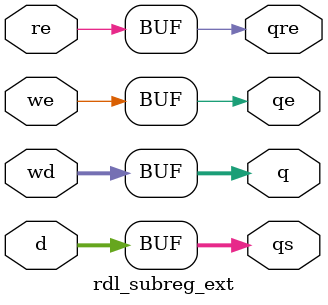
<source format=sv>

module rdl_subreg_ext #(
    parameter int DW = 32
) (
    // inputs from SW
    input          re,
    input          we,
    input [DW-1:0] wd,

    // inputs from HW
    input [DW-1:0] d,  // extern flop q output

    // output to HW
    output logic          qe,   // asserted on SW write
    output logic          qre,  // asserted on SW read
    output logic [DW-1:0] q,    // data written by SW

    // output to SW
    output logic [DW-1:0] qs
);

  // The register is implemented externally.
  assign qs  = d;
  assign q   = wd;
  assign qe  = we;
  assign qre = re;

endmodule

</source>
